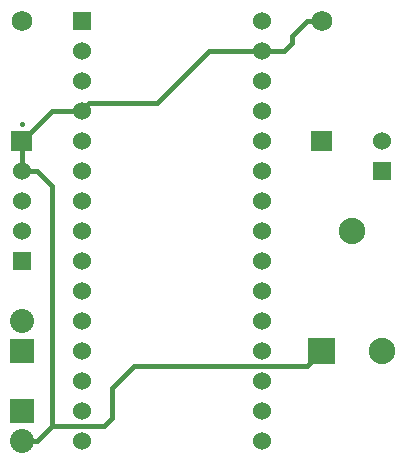
<source format=gbr>
G04 start of page 3 for group 1 idx 1 *
G04 Title: Controller, ground *
G04 Creator: pcb 4.0.2 *
G04 CreationDate: Sun May 26 22:24:23 2019 UTC *
G04 For: luigi *
G04 Format: Gerber/RS-274X *
G04 PCB-Dimensions (mil): 1480.00 1600.00 *
G04 PCB-Coordinate-Origin: lower left *
%MOIN*%
%FSLAX25Y25*%
%LNBOTTOM*%
%ADD28C,0.0400*%
%ADD27C,0.0280*%
%ADD26C,0.0380*%
%ADD25C,0.0800*%
%ADD24C,0.0882*%
%ADD23C,0.0001*%
%ADD22C,0.0600*%
%ADD21C,0.0680*%
%ADD20C,0.0150*%
G54D20*X115000Y150000D02*X110000D01*
X105000Y145000D01*
Y142500D01*
X102500Y140000D01*
X77500D01*
X60000Y122500D01*
X37500D01*
X35000Y120000D01*
X25000D01*
X15000Y115590D02*X15160Y115750D01*
X25000Y120000D02*X15000Y110000D01*
Y100000D02*Y110000D01*
X25000Y15000D02*Y95000D01*
X20000Y100000D01*
X15000D01*
Y10000D02*X20000D01*
X25000Y15000D01*
X42500D01*
X45000Y17500D01*
Y27500D01*
X52500Y35000D01*
X110000D01*
X115000Y40000D01*
G54D21*Y150000D03*
G54D22*X15000Y80000D03*
Y90000D03*
Y100000D03*
G54D23*G36*
X11600Y113400D02*Y106600D01*
X18400D01*
Y113400D01*
X11600D01*
G37*
G54D21*X15000Y150000D03*
G54D23*G36*
X32000Y153000D02*Y147000D01*
X38000D01*
Y153000D01*
X32000D01*
G37*
G54D22*X35000Y140000D03*
Y130000D03*
Y120000D03*
Y110000D03*
Y100000D03*
Y90000D03*
Y10000D03*
G54D24*X125000Y80000D03*
G54D23*G36*
X110590Y44410D02*Y35590D01*
X119410D01*
Y44410D01*
X110590D01*
G37*
G54D24*X135000Y40000D03*
G54D23*G36*
X111600Y113400D02*Y106600D01*
X118400D01*
Y113400D01*
X111600D01*
G37*
G36*
X132000Y103000D02*Y97000D01*
X138000D01*
Y103000D01*
X132000D01*
G37*
G54D22*X135000Y110000D03*
X95000Y40000D03*
Y50000D03*
Y60000D03*
Y70000D03*
Y80000D03*
Y90000D03*
Y100000D03*
Y110000D03*
Y120000D03*
Y130000D03*
Y140000D03*
Y150000D03*
Y10000D03*
Y20000D03*
Y30000D03*
G54D23*G36*
X11000Y24000D02*Y16000D01*
X19000D01*
Y24000D01*
X11000D01*
G37*
G36*
Y44000D02*Y36000D01*
X19000D01*
Y44000D01*
X11000D01*
G37*
G54D25*X15000Y50000D03*
Y10000D03*
G54D23*G36*
X12000Y73000D02*Y67000D01*
X18000D01*
Y73000D01*
X12000D01*
G37*
G54D22*X35000Y80000D03*
Y70000D03*
Y60000D03*
Y50000D03*
Y40000D03*
Y30000D03*
Y20000D03*
G54D26*G54D27*G54D28*G54D26*G54D27*G54D26*G54D27*M02*

</source>
